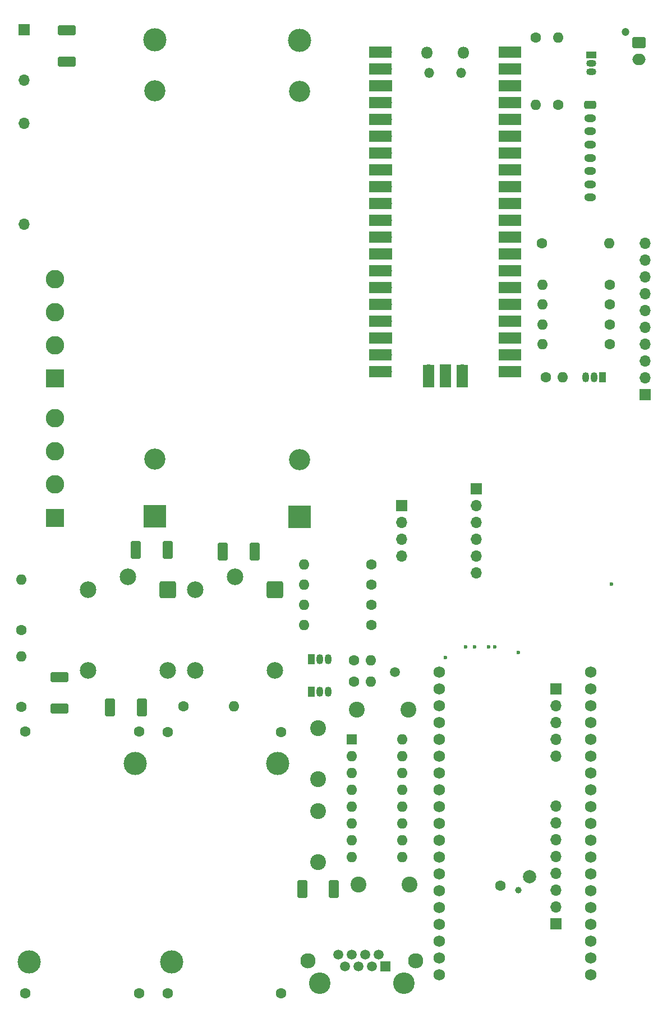
<source format=gts>
G04 #@! TF.GenerationSoftware,KiCad,Pcbnew,8.0.4-8.0.4-0~ubuntu22.04.1*
G04 #@! TF.CreationDate,2024-09-04T15:26:38-06:00*
G04 #@! TF.ProjectId,modulargas,6d6f6475-6c61-4726-9761-732e6b696361,rev?*
G04 #@! TF.SameCoordinates,Original*
G04 #@! TF.FileFunction,Soldermask,Top*
G04 #@! TF.FilePolarity,Negative*
%FSLAX46Y46*%
G04 Gerber Fmt 4.6, Leading zero omitted, Abs format (unit mm)*
G04 Created by KiCad (PCBNEW 8.0.4-8.0.4-0~ubuntu22.04.1) date 2024-09-04 15:26:38*
%MOMM*%
%LPD*%
G01*
G04 APERTURE LIST*
G04 Aperture macros list*
%AMRoundRect*
0 Rectangle with rounded corners*
0 $1 Rounding radius*
0 $2 $3 $4 $5 $6 $7 $8 $9 X,Y pos of 4 corners*
0 Add a 4 corners polygon primitive as box body*
4,1,4,$2,$3,$4,$5,$6,$7,$8,$9,$2,$3,0*
0 Add four circle primitives for the rounded corners*
1,1,$1+$1,$2,$3*
1,1,$1+$1,$4,$5*
1,1,$1+$1,$6,$7*
1,1,$1+$1,$8,$9*
0 Add four rect primitives between the rounded corners*
20,1,$1+$1,$2,$3,$4,$5,0*
20,1,$1+$1,$4,$5,$6,$7,0*
20,1,$1+$1,$6,$7,$8,$9,0*
20,1,$1+$1,$8,$9,$2,$3,0*%
G04 Aperture macros list end*
%ADD10C,1.600000*%
%ADD11O,1.600000X1.600000*%
%ADD12R,1.700000X1.700000*%
%ADD13O,1.700000X1.700000*%
%ADD14C,2.500000*%
%ADD15RoundRect,0.250000X-1.000000X1.000000X-1.000000X-1.000000X1.000000X-1.000000X1.000000X1.000000X0*%
%ADD16C,2.400000*%
%ADD17R,1.050000X1.500000*%
%ADD18O,1.050000X1.500000*%
%ADD19RoundRect,0.250000X0.500000X1.100000X-0.500000X1.100000X-0.500000X-1.100000X0.500000X-1.100000X0*%
%ADD20RoundRect,0.250000X-1.100000X0.500000X-1.100000X-0.500000X1.100000X-0.500000X1.100000X0.500000X0*%
%ADD21C,1.200000*%
%ADD22RoundRect,0.250000X-0.750000X0.600000X-0.750000X-0.600000X0.750000X-0.600000X0.750000X0.600000X0*%
%ADD23O,2.000000X1.700000*%
%ADD24R,1.600000X1.600000*%
%ADD25RoundRect,0.250000X-0.650000X0.350000X-0.650000X-0.350000X0.650000X-0.350000X0.650000X0.350000X0*%
%ADD26O,1.800000X1.200000*%
%ADD27C,3.500000*%
%ADD28RoundRect,0.250000X-0.500000X-1.100000X0.500000X-1.100000X0.500000X1.100000X-0.500000X1.100000X0*%
%ADD29R,2.800000X2.800000*%
%ADD30C,2.800000*%
%ADD31C,3.200000*%
%ADD32R,3.500000X3.500000*%
%ADD33O,1.800000X1.800000*%
%ADD34O,1.500000X1.500000*%
%ADD35R,3.500000X1.700000*%
%ADD36R,1.700000X3.500000*%
%ADD37RoundRect,0.250000X1.100000X-0.500000X1.100000X0.500000X-1.100000X0.500000X-1.100000X-0.500000X0*%
%ADD38C,3.250000*%
%ADD39R,1.500000X1.500000*%
%ADD40C,1.500000*%
%ADD41C,2.300000*%
%ADD42C,1.728000*%
%ADD43R,1.500000X1.050000*%
%ADD44O,1.500000X1.050000*%
%ADD45C,2.000000*%
%ADD46C,1.000000*%
%ADD47C,0.600000*%
G04 APERTURE END LIST*
D10*
X94180000Y-139900000D03*
D11*
X101800000Y-139900000D03*
D12*
X70150000Y-37722500D03*
D13*
X70150000Y-45322500D03*
X70150000Y-51862500D03*
X70150000Y-67102500D03*
D14*
X85800000Y-120300000D03*
X91800000Y-134500000D03*
X79800000Y-134500000D03*
D15*
X91800000Y-122300000D03*
D14*
X79800000Y-122300000D03*
D16*
X114550000Y-143150000D03*
X114550000Y-150900000D03*
D17*
X113510000Y-132750000D03*
D18*
X114780000Y-132750000D03*
X116050000Y-132750000D03*
D10*
X148860000Y-90150000D03*
D11*
X151400000Y-90150000D03*
D12*
X138400000Y-107080000D03*
D13*
X138400000Y-109620000D03*
X138400000Y-112160000D03*
X138400000Y-114700000D03*
X138400000Y-117240000D03*
X138400000Y-119780000D03*
D19*
X104950000Y-116500000D03*
X100150000Y-116500000D03*
D10*
X119910000Y-136200000D03*
D11*
X122450000Y-136200000D03*
D20*
X75450000Y-135450000D03*
X75450000Y-140250000D03*
D21*
X160900000Y-38050000D03*
D22*
X162900000Y-39650000D03*
D23*
X162900000Y-42150000D03*
D17*
X157450000Y-90200000D03*
D18*
X156180000Y-90200000D03*
X154910000Y-90200000D03*
D24*
X119575000Y-144900000D03*
D11*
X119575000Y-147440000D03*
X119575000Y-149980000D03*
X119575000Y-152520000D03*
X119575000Y-155060000D03*
X119575000Y-157600000D03*
X119575000Y-160140000D03*
X119575000Y-162680000D03*
X127195000Y-162680000D03*
X127195000Y-160140000D03*
X127195000Y-157600000D03*
X127195000Y-155060000D03*
X127195000Y-152520000D03*
X127195000Y-149980000D03*
X127195000Y-147440000D03*
X127195000Y-144900000D03*
D10*
X158500000Y-82200000D03*
D11*
X148340000Y-82200000D03*
D25*
X155600000Y-49050000D03*
D26*
X155600000Y-51050000D03*
X155600000Y-53050000D03*
X155600000Y-55050000D03*
X155600000Y-57050000D03*
X155600000Y-59050000D03*
X155600000Y-61050000D03*
X155600000Y-63050000D03*
D16*
X120350000Y-140400000D03*
X128100000Y-140400000D03*
D10*
X122560000Y-124550000D03*
D11*
X112400000Y-124550000D03*
D10*
X108948000Y-143750000D03*
X91800000Y-143750000D03*
X91800000Y-183247000D03*
X108948000Y-183247000D03*
D27*
X108373500Y-148512500D03*
X92371500Y-178484500D03*
D10*
X122560000Y-127600000D03*
D11*
X112400000Y-127600000D03*
D12*
X150400000Y-137250000D03*
D13*
X150400000Y-139790000D03*
X150400000Y-142330000D03*
X150400000Y-144870000D03*
X150400000Y-147410000D03*
D10*
X158500000Y-76200000D03*
D11*
X148340000Y-76200000D03*
D14*
X101950000Y-120300000D03*
X107950000Y-134500000D03*
X95950000Y-134500000D03*
D15*
X107950000Y-122300000D03*
D14*
X95950000Y-122300000D03*
D10*
X87498000Y-143725000D03*
X70350000Y-143725000D03*
X70350000Y-183222000D03*
X87498000Y-183222000D03*
D27*
X86923500Y-148487500D03*
X70921500Y-178459500D03*
D10*
X158500000Y-85200000D03*
D11*
X148340000Y-85200000D03*
D19*
X91800000Y-116300000D03*
X87000000Y-116300000D03*
D28*
X83100000Y-140050000D03*
X87900000Y-140050000D03*
D29*
X74775000Y-90400000D03*
D30*
X74775000Y-85400000D03*
X74775000Y-80400000D03*
X74775000Y-75400000D03*
D31*
X89900000Y-102555000D03*
X89900000Y-46945000D03*
D32*
X89900000Y-111200000D03*
D27*
X89900000Y-39200000D03*
D31*
X111750000Y-102650000D03*
X111750000Y-47040000D03*
D32*
X111750000Y-111295000D03*
D27*
X111750000Y-39295000D03*
D12*
X127150000Y-109580000D03*
D13*
X127150000Y-112120000D03*
X127150000Y-114660000D03*
X127150000Y-117200000D03*
D29*
X74775000Y-111400000D03*
D30*
X74775000Y-106400000D03*
X74775000Y-101400000D03*
X74775000Y-96400000D03*
D10*
X148320000Y-69950000D03*
D11*
X158480000Y-69950000D03*
D33*
X130975000Y-41200000D03*
D34*
X131275000Y-44230000D03*
X136125000Y-44230000D03*
D33*
X136425000Y-41200000D03*
D13*
X124810000Y-41070000D03*
D35*
X123910000Y-41070000D03*
D13*
X124810000Y-43610000D03*
D35*
X123910000Y-43610000D03*
D12*
X124810000Y-46150000D03*
D35*
X123910000Y-46150000D03*
D13*
X124810000Y-48690000D03*
D35*
X123910000Y-48690000D03*
D13*
X124810000Y-51230000D03*
D35*
X123910000Y-51230000D03*
D13*
X124810000Y-53770000D03*
D35*
X123910000Y-53770000D03*
D13*
X124810000Y-56310000D03*
D35*
X123910000Y-56310000D03*
D12*
X124810000Y-58850000D03*
D35*
X123910000Y-58850000D03*
D13*
X124810000Y-61390000D03*
D35*
X123910000Y-61390000D03*
D13*
X124810000Y-63930000D03*
D35*
X123910000Y-63930000D03*
D13*
X124810000Y-66470000D03*
D35*
X123910000Y-66470000D03*
D13*
X124810000Y-69010000D03*
D35*
X123910000Y-69010000D03*
D12*
X124810000Y-71550000D03*
D35*
X123910000Y-71550000D03*
D13*
X124810000Y-74090000D03*
D35*
X123910000Y-74090000D03*
D13*
X124810000Y-76630000D03*
D35*
X123910000Y-76630000D03*
D13*
X124810000Y-79170000D03*
D35*
X123910000Y-79170000D03*
D13*
X124810000Y-81710000D03*
D35*
X123910000Y-81710000D03*
D12*
X124810000Y-84250000D03*
D35*
X123910000Y-84250000D03*
D13*
X124810000Y-86790000D03*
D35*
X123910000Y-86790000D03*
D13*
X124810000Y-89330000D03*
D35*
X123910000Y-89330000D03*
D13*
X142590000Y-89330000D03*
D35*
X143490000Y-89330000D03*
D13*
X142590000Y-86790000D03*
D35*
X143490000Y-86790000D03*
D12*
X142590000Y-84250000D03*
D35*
X143490000Y-84250000D03*
D13*
X142590000Y-81710000D03*
D35*
X143490000Y-81710000D03*
D13*
X142590000Y-79170000D03*
D35*
X143490000Y-79170000D03*
D13*
X142590000Y-76630000D03*
D35*
X143490000Y-76630000D03*
D13*
X142590000Y-74090000D03*
D35*
X143490000Y-74090000D03*
D12*
X142590000Y-71550000D03*
D35*
X143490000Y-71550000D03*
D13*
X142590000Y-69010000D03*
D35*
X143490000Y-69010000D03*
D13*
X142590000Y-66470000D03*
D35*
X143490000Y-66470000D03*
D13*
X142590000Y-63930000D03*
D35*
X143490000Y-63930000D03*
D13*
X142590000Y-61390000D03*
D35*
X143490000Y-61390000D03*
D12*
X142590000Y-58850000D03*
D35*
X143490000Y-58850000D03*
D13*
X142590000Y-56310000D03*
D35*
X143490000Y-56310000D03*
D13*
X142590000Y-53770000D03*
D35*
X143490000Y-53770000D03*
D13*
X142590000Y-51230000D03*
D35*
X143490000Y-51230000D03*
D13*
X142590000Y-48690000D03*
D35*
X143490000Y-48690000D03*
D12*
X142590000Y-46150000D03*
D35*
X143490000Y-46150000D03*
D13*
X142590000Y-43610000D03*
D35*
X143490000Y-43610000D03*
D13*
X142590000Y-41070000D03*
D35*
X143490000Y-41070000D03*
D13*
X131160000Y-89100000D03*
D36*
X131160000Y-90000000D03*
D12*
X133700000Y-89100000D03*
D36*
X133700000Y-90000000D03*
D13*
X136240000Y-89100000D03*
D36*
X136240000Y-90000000D03*
D16*
X120575000Y-166825000D03*
X128325000Y-166825000D03*
D12*
X150400000Y-172750000D03*
D13*
X150400000Y-170210000D03*
X150400000Y-167670000D03*
X150400000Y-165130000D03*
X150400000Y-162590000D03*
X150400000Y-160050000D03*
X150400000Y-157510000D03*
X150400000Y-154970000D03*
D10*
X122560000Y-121500000D03*
D11*
X112400000Y-121500000D03*
D10*
X158500000Y-79200000D03*
D11*
X148340000Y-79200000D03*
D16*
X114550000Y-155700000D03*
X114550000Y-163450000D03*
D37*
X76600000Y-42550000D03*
X76600000Y-37750000D03*
D38*
X127497000Y-181740000D03*
X114797000Y-181740000D03*
D39*
X124707000Y-179200000D03*
D40*
X123691000Y-177420000D03*
X122675000Y-179200000D03*
X121659000Y-177420000D03*
X120643000Y-179200000D03*
X119627000Y-177420000D03*
X118611000Y-179200000D03*
X117595000Y-177420000D03*
D41*
X129277000Y-178310000D03*
X113017000Y-178310000D03*
D42*
X132800000Y-134700000D03*
X132800000Y-137240000D03*
X132800000Y-139780000D03*
X132800000Y-142320000D03*
X132800000Y-144860000D03*
X132800000Y-147400000D03*
X132800000Y-149940000D03*
X132800000Y-152480000D03*
X132800000Y-155020000D03*
X132800000Y-157560000D03*
X132800000Y-160100000D03*
X132800000Y-162640000D03*
X132800000Y-165180000D03*
X132800000Y-167720000D03*
X132800000Y-170260000D03*
X132800000Y-172800000D03*
X132800000Y-175340000D03*
X132800000Y-177880000D03*
X132800000Y-180420000D03*
X155660000Y-134700000D03*
X155660000Y-137240000D03*
X155660000Y-139780000D03*
X155660000Y-142320000D03*
X155660000Y-144860000D03*
X155660000Y-147400000D03*
X155660000Y-149940000D03*
X155660000Y-152480000D03*
X155660000Y-155020000D03*
X155660000Y-157560000D03*
X155660000Y-160100000D03*
X155660000Y-162640000D03*
X155660000Y-165180000D03*
X155660000Y-167720000D03*
X155660000Y-170260000D03*
X155660000Y-172800000D03*
X155660000Y-175340000D03*
X155660000Y-177880000D03*
X155660000Y-180420000D03*
D17*
X113510000Y-137650000D03*
D18*
X114780000Y-137650000D03*
X116050000Y-137650000D03*
D10*
X150750000Y-49050000D03*
D11*
X150750000Y-38890000D03*
D19*
X116900000Y-167475000D03*
X112100000Y-167475000D03*
D10*
X119910000Y-132950000D03*
D11*
X122450000Y-132950000D03*
D43*
X155700000Y-41500000D03*
D44*
X155700000Y-42770000D03*
X155700000Y-44040000D03*
D10*
X147350000Y-38900000D03*
D11*
X147350000Y-49060000D03*
D12*
X163900000Y-92810000D03*
D13*
X163900000Y-90270000D03*
X163900000Y-87730000D03*
X163900000Y-85190000D03*
X163900000Y-82650000D03*
X163900000Y-80110000D03*
X163900000Y-77570000D03*
X163900000Y-75030000D03*
X163900000Y-72490000D03*
X163900000Y-69950000D03*
D10*
X122560000Y-118450000D03*
D11*
X112400000Y-118450000D03*
D10*
X69700000Y-128410000D03*
D11*
X69700000Y-120790000D03*
D10*
X69700000Y-139970000D03*
D11*
X69700000Y-132350000D03*
D40*
X126100000Y-134700000D03*
D45*
X146450000Y-165650000D03*
D10*
X142000000Y-167000000D03*
D46*
X144700000Y-167675000D03*
D47*
X140250000Y-130900000D03*
X141150000Y-130900000D03*
X138100000Y-130900000D03*
X136800000Y-130900000D03*
X133750000Y-132500000D03*
X144750000Y-131750000D03*
X158762500Y-121437500D03*
M02*

</source>
